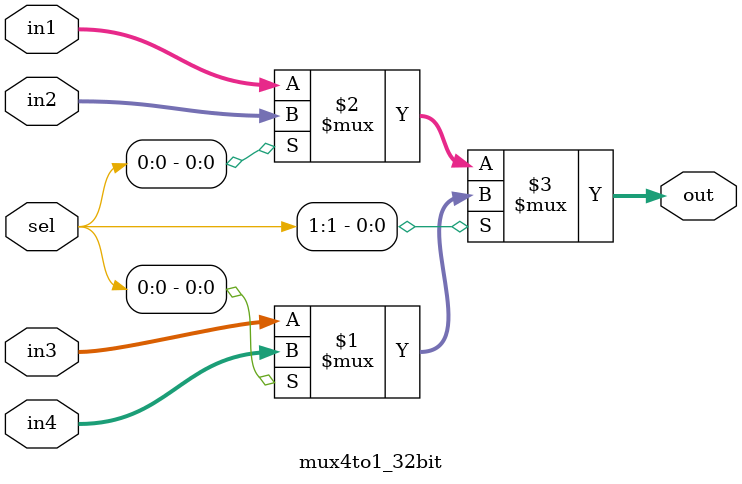
<source format=v>
module mux4to1_32bit(output [31:0] out, input [1:0] sel, input [31:0] in1, input [31:0] in2,
                    input [31:0] in3, input [31:0] in4);
    assign out=(sel[1])?((sel[0])?(in4):(in3)):((sel[0])?(in2):(in1));
endmodule
</source>
